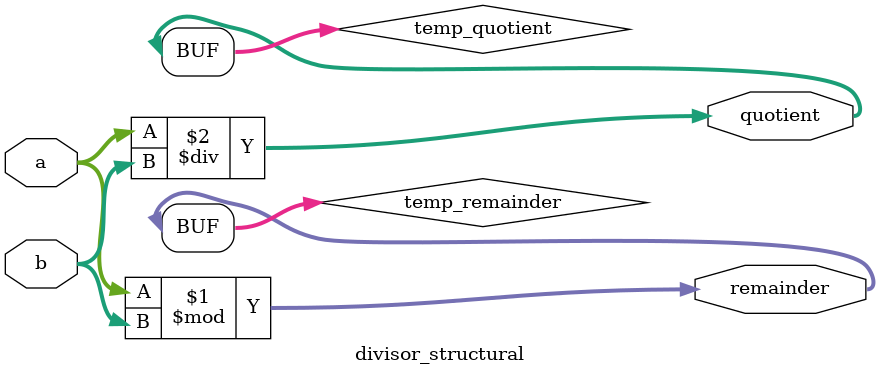
<source format=v>
module divisor_structural(input [1:0] a, b,
                          output [1:0] quotient, remainder);

    wire [1:0] temp_remainder;
    wire [1:0] temp_quotient;

    assign temp_remainder = a % b;
    assign temp_quotient = a / b;

    assign quotient = temp_quotient;
    assign remainder = temp_remainder;
endmodule
</source>
